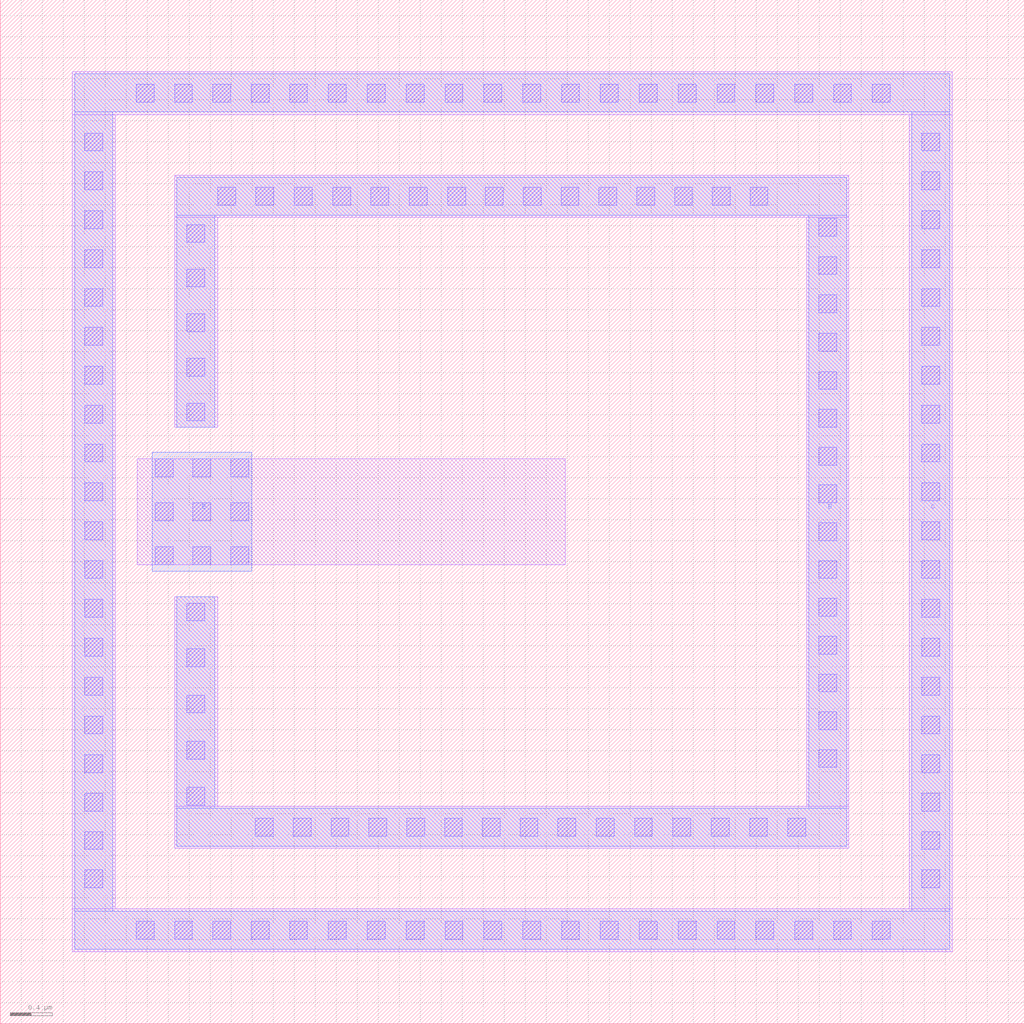
<source format=lef>
# Copyright 2020 The SkyWater PDK Authors
#
# Licensed under the Apache License, Version 2.0 (the "License");
# you may not use this file except in compliance with the License.
# You may obtain a copy of the License at
#
#     https://www.apache.org/licenses/LICENSE-2.0
#
# Unless required by applicable law or agreed to in writing, software
# distributed under the License is distributed on an "AS IS" BASIS,
# WITHOUT WARRANTIES OR CONDITIONS OF ANY KIND, either express or implied.
# See the License for the specific language governing permissions and
# limitations under the License.
#
# SPDX-License-Identifier: Apache-2.0

VERSION 5.7 ;
  NOWIREEXTENSIONATPIN ON ;
  DIVIDERCHAR "/" ;
  BUSBITCHARS "[]" ;
MACRO sky130_fd_pr__npn_11v0_W1p00L1p00
  CLASS BLOCK ;
  FOREIGN sky130_fd_pr__npn_11v0_W1p00L1p00 ;
  ORIGIN  0.000000  0.000000 ;
  SIZE  9.750000 BY  9.750000 ;
  PIN B
    ANTENNADIFFAREA  5.903200 ;
    ANTENNAGATEAREA  47.472099 ;
    PORT
      LAYER met1 ;
        RECT 1.680000 1.690000 8.060000 2.050000 ;
        RECT 1.680000 2.050000 2.040000 4.065000 ;
        RECT 1.680000 5.680000 2.040000 7.700000 ;
        RECT 1.680000 7.700000 8.060000 8.060000 ;
        RECT 7.700000 2.050000 8.060000 7.700000 ;
    END
  END B
  PIN C
    ANTENNADIFFAREA  13.07080 ;
    PORT
      LAYER met1 ;
        RECT 0.710000 0.710000 9.040000 1.070000 ;
        RECT 0.710000 1.070000 1.070000 8.685000 ;
        RECT 0.710000 8.685000 9.040000 9.045000 ;
        RECT 8.680000 1.070000 9.040000 8.685000 ;
    END
  END C
  PIN E
    ANTENNADIFFAREA  2.068700 ;
    ANTENNAGATEAREA  19.808849 ;
    PORT
      LAYER met1 ;
        RECT 1.445000 4.310000 2.395000 5.440000 ;
    END
  END E
  OBS
    LAYER li1 ;
      RECT 0.685000 0.685000 9.065000 1.095000 ;
      RECT 0.685000 1.095000 1.095000 8.655000 ;
      RECT 0.685000 8.655000 9.065000 9.065000 ;
      RECT 1.305000 4.370000 5.380000 5.380000 ;
      RECT 1.660000 1.670000 8.080000 2.070000 ;
      RECT 1.660000 2.070000 2.070000 4.065000 ;
      RECT 1.660000 5.680000 2.070000 7.680000 ;
      RECT 1.660000 7.680000 8.080000 8.080000 ;
      RECT 7.680000 2.070000 8.080000 7.680000 ;
      RECT 8.655000 1.095000 9.065000 8.655000 ;
    LAYER mcon ;
      RECT 0.805000 1.295000 0.975000 1.465000 ;
      RECT 0.805000 1.660000 0.975000 1.830000 ;
      RECT 0.805000 2.025000 0.975000 2.195000 ;
      RECT 0.805000 2.390000 0.975000 2.560000 ;
      RECT 0.805000 2.760000 0.975000 2.930000 ;
      RECT 0.805000 3.130000 0.975000 3.300000 ;
      RECT 0.805000 3.500000 0.975000 3.670000 ;
      RECT 0.805000 3.870000 0.975000 4.040000 ;
      RECT 0.805000 4.240000 0.975000 4.410000 ;
      RECT 0.805000 4.610000 0.975000 4.780000 ;
      RECT 0.805000 4.980000 0.975000 5.150000 ;
      RECT 0.805000 5.350000 0.975000 5.520000 ;
      RECT 0.805000 5.720000 0.975000 5.890000 ;
      RECT 0.805000 6.090000 0.975000 6.260000 ;
      RECT 0.805000 6.460000 0.975000 6.630000 ;
      RECT 0.805000 6.830000 0.975000 7.000000 ;
      RECT 0.805000 7.200000 0.975000 7.370000 ;
      RECT 0.805000 7.570000 0.975000 7.740000 ;
      RECT 0.805000 7.940000 0.975000 8.110000 ;
      RECT 0.805000 8.310000 0.975000 8.480000 ;
      RECT 1.295000 0.805000 1.465000 0.975000 ;
      RECT 1.295000 8.775000 1.465000 8.945000 ;
      RECT 1.475000 4.370000 1.645000 4.540000 ;
      RECT 1.475000 4.790000 1.645000 4.960000 ;
      RECT 1.475000 5.210000 1.645000 5.380000 ;
      RECT 1.660000 0.805000 1.830000 0.975000 ;
      RECT 1.660000 8.775000 1.830000 8.945000 ;
      RECT 1.775000 2.080000 1.945000 2.250000 ;
      RECT 1.775000 2.520000 1.945000 2.690000 ;
      RECT 1.775000 2.960000 1.945000 3.130000 ;
      RECT 1.775000 3.400000 1.945000 3.570000 ;
      RECT 1.775000 3.835000 1.945000 4.005000 ;
      RECT 1.775000 5.740000 1.945000 5.910000 ;
      RECT 1.775000 6.165000 1.945000 6.335000 ;
      RECT 1.775000 6.590000 1.945000 6.760000 ;
      RECT 1.775000 7.015000 1.945000 7.185000 ;
      RECT 1.775000 7.440000 1.945000 7.610000 ;
      RECT 1.835000 4.370000 2.005000 4.540000 ;
      RECT 1.835000 4.790000 2.005000 4.960000 ;
      RECT 1.835000 5.210000 2.005000 5.380000 ;
      RECT 2.025000 0.805000 2.195000 0.975000 ;
      RECT 2.025000 8.775000 2.195000 8.945000 ;
      RECT 2.070000 7.795000 2.240000 7.965000 ;
      RECT 2.195000 4.370000 2.365000 4.540000 ;
      RECT 2.195000 4.790000 2.365000 4.960000 ;
      RECT 2.195000 5.210000 2.365000 5.380000 ;
      RECT 2.390000 0.805000 2.560000 0.975000 ;
      RECT 2.390000 8.775000 2.560000 8.945000 ;
      RECT 2.430000 1.785000 2.600000 1.955000 ;
      RECT 2.435000 7.795000 2.605000 7.965000 ;
      RECT 2.755000 0.805000 2.925000 0.975000 ;
      RECT 2.755000 8.775000 2.925000 8.945000 ;
      RECT 2.790000 1.785000 2.960000 1.955000 ;
      RECT 2.800000 7.795000 2.970000 7.965000 ;
      RECT 3.125000 0.805000 3.295000 0.975000 ;
      RECT 3.125000 8.775000 3.295000 8.945000 ;
      RECT 3.150000 1.785000 3.320000 1.955000 ;
      RECT 3.165000 7.795000 3.335000 7.965000 ;
      RECT 3.495000 0.805000 3.665000 0.975000 ;
      RECT 3.495000 8.775000 3.665000 8.945000 ;
      RECT 3.510000 1.785000 3.680000 1.955000 ;
      RECT 3.530000 7.795000 3.700000 7.965000 ;
      RECT 3.865000 0.805000 4.035000 0.975000 ;
      RECT 3.865000 8.775000 4.035000 8.945000 ;
      RECT 3.870000 1.785000 4.040000 1.955000 ;
      RECT 3.895000 7.795000 4.065000 7.965000 ;
      RECT 4.230000 1.785000 4.400000 1.955000 ;
      RECT 4.235000 0.805000 4.405000 0.975000 ;
      RECT 4.235000 8.775000 4.405000 8.945000 ;
      RECT 4.260000 7.795000 4.430000 7.965000 ;
      RECT 4.590000 1.785000 4.760000 1.955000 ;
      RECT 4.605000 0.805000 4.775000 0.975000 ;
      RECT 4.605000 8.775000 4.775000 8.945000 ;
      RECT 4.620000 7.795000 4.790000 7.965000 ;
      RECT 4.950000 1.785000 5.120000 1.955000 ;
      RECT 4.975000 0.805000 5.145000 0.975000 ;
      RECT 4.975000 8.775000 5.145000 8.945000 ;
      RECT 4.980000 7.795000 5.150000 7.965000 ;
      RECT 5.310000 1.785000 5.480000 1.955000 ;
      RECT 5.340000 7.795000 5.510000 7.965000 ;
      RECT 5.345000 0.805000 5.515000 0.975000 ;
      RECT 5.345000 8.775000 5.515000 8.945000 ;
      RECT 5.675000 1.785000 5.845000 1.955000 ;
      RECT 5.700000 7.795000 5.870000 7.965000 ;
      RECT 5.715000 0.805000 5.885000 0.975000 ;
      RECT 5.715000 8.775000 5.885000 8.945000 ;
      RECT 6.040000 1.785000 6.210000 1.955000 ;
      RECT 6.060000 7.795000 6.230000 7.965000 ;
      RECT 6.085000 0.805000 6.255000 0.975000 ;
      RECT 6.085000 8.775000 6.255000 8.945000 ;
      RECT 6.405000 1.785000 6.575000 1.955000 ;
      RECT 6.420000 7.795000 6.590000 7.965000 ;
      RECT 6.455000 0.805000 6.625000 0.975000 ;
      RECT 6.455000 8.775000 6.625000 8.945000 ;
      RECT 6.770000 1.785000 6.940000 1.955000 ;
      RECT 6.780000 7.795000 6.950000 7.965000 ;
      RECT 6.825000 0.805000 6.995000 0.975000 ;
      RECT 6.825000 8.775000 6.995000 8.945000 ;
      RECT 7.135000 1.785000 7.305000 1.955000 ;
      RECT 7.140000 7.795000 7.310000 7.965000 ;
      RECT 7.195000 0.805000 7.365000 0.975000 ;
      RECT 7.195000 8.775000 7.365000 8.945000 ;
      RECT 7.500000 1.785000 7.670000 1.955000 ;
      RECT 7.565000 0.805000 7.735000 0.975000 ;
      RECT 7.565000 8.775000 7.735000 8.945000 ;
      RECT 7.795000 2.440000 7.965000 2.610000 ;
      RECT 7.795000 2.800000 7.965000 2.970000 ;
      RECT 7.795000 3.160000 7.965000 3.330000 ;
      RECT 7.795000 3.520000 7.965000 3.690000 ;
      RECT 7.795000 3.880000 7.965000 4.050000 ;
      RECT 7.795000 4.240000 7.965000 4.410000 ;
      RECT 7.795000 4.600000 7.965000 4.770000 ;
      RECT 7.795000 4.960000 7.965000 5.130000 ;
      RECT 7.795000 5.320000 7.965000 5.490000 ;
      RECT 7.795000 5.680000 7.965000 5.850000 ;
      RECT 7.795000 6.040000 7.965000 6.210000 ;
      RECT 7.795000 6.405000 7.965000 6.575000 ;
      RECT 7.795000 6.770000 7.965000 6.940000 ;
      RECT 7.795000 7.135000 7.965000 7.305000 ;
      RECT 7.795000 7.500000 7.965000 7.670000 ;
      RECT 7.935000 0.805000 8.105000 0.975000 ;
      RECT 7.935000 8.775000 8.105000 8.945000 ;
      RECT 8.305000 0.805000 8.475000 0.975000 ;
      RECT 8.305000 8.775000 8.475000 8.945000 ;
      RECT 8.775000 1.295000 8.945000 1.465000 ;
      RECT 8.775000 1.660000 8.945000 1.830000 ;
      RECT 8.775000 2.025000 8.945000 2.195000 ;
      RECT 8.775000 2.390000 8.945000 2.560000 ;
      RECT 8.775000 2.760000 8.945000 2.930000 ;
      RECT 8.775000 3.130000 8.945000 3.300000 ;
      RECT 8.775000 3.500000 8.945000 3.670000 ;
      RECT 8.775000 3.870000 8.945000 4.040000 ;
      RECT 8.775000 4.240000 8.945000 4.410000 ;
      RECT 8.775000 4.610000 8.945000 4.780000 ;
      RECT 8.775000 4.980000 8.945000 5.150000 ;
      RECT 8.775000 5.350000 8.945000 5.520000 ;
      RECT 8.775000 5.720000 8.945000 5.890000 ;
      RECT 8.775000 6.090000 8.945000 6.260000 ;
      RECT 8.775000 6.460000 8.945000 6.630000 ;
      RECT 8.775000 6.830000 8.945000 7.000000 ;
      RECT 8.775000 7.200000 8.945000 7.370000 ;
      RECT 8.775000 7.570000 8.945000 7.740000 ;
      RECT 8.775000 7.940000 8.945000 8.110000 ;
      RECT 8.775000 8.310000 8.945000 8.480000 ;
  END
END sky130_fd_pr__npn_11v0_W1p00L1p00
END LIBRARY

</source>
